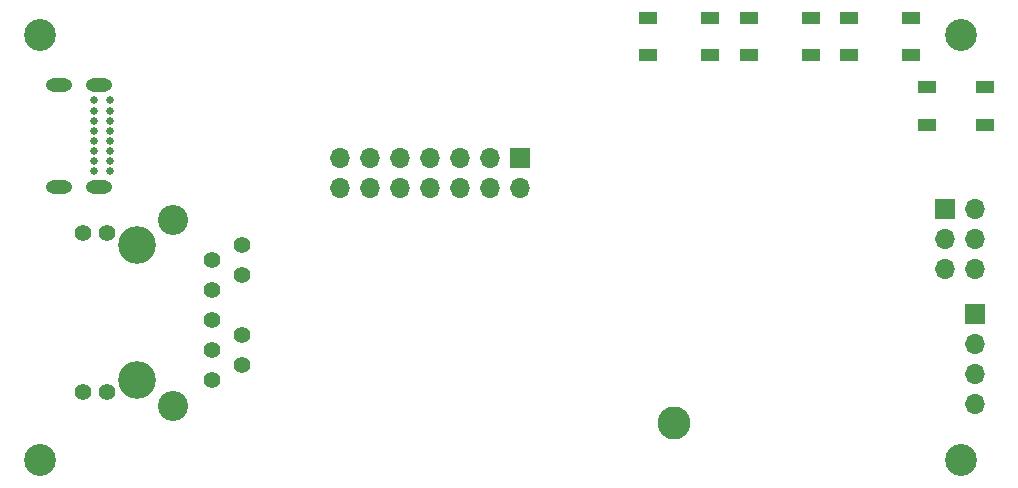
<source format=gbr>
G04 #@! TF.GenerationSoftware,KiCad,Pcbnew,(5.99.0-8454-g713af6630f)*
G04 #@! TF.CreationDate,2021-06-13T15:31:38-07:00*
G04 #@! TF.ProjectId,MFW007B,4d465730-3037-4422-9e6b-696361645f70,1*
G04 #@! TF.SameCoordinates,Original*
G04 #@! TF.FileFunction,Soldermask,Bot*
G04 #@! TF.FilePolarity,Negative*
%FSLAX46Y46*%
G04 Gerber Fmt 4.6, Leading zero omitted, Abs format (unit mm)*
G04 Created by KiCad (PCBNEW (5.99.0-8454-g713af6630f)) date 2021-06-13 15:31:38*
%MOMM*%
%LPD*%
G01*
G04 APERTURE LIST*
%ADD10R,1.700000X1.700000*%
%ADD11O,1.700000X1.700000*%
%ADD12C,2.700000*%
%ADD13C,0.650000*%
%ADD14O,2.216000X1.108000*%
%ADD15C,2.800000*%
%ADD16C,1.398000*%
%ADD17C,3.200000*%
%ADD18C,2.550000*%
%ADD19R,1.500000X1.000000*%
%ADD20R,1.549400X0.990600*%
G04 APERTURE END LIST*
D10*
X168000000Y-96860000D03*
D11*
X170540000Y-96860000D03*
X168000000Y-99400000D03*
X170540000Y-99400000D03*
X168000000Y-101940000D03*
X170540000Y-101940000D03*
D12*
X91378680Y-118128680D03*
X169378680Y-82128680D03*
D10*
X170500000Y-105700000D03*
D11*
X170500000Y-108240000D03*
X170500000Y-110780000D03*
X170500000Y-113320000D03*
D13*
X97303680Y-87653680D03*
X97303680Y-88503680D03*
X97303680Y-89353680D03*
X97303680Y-90203680D03*
X97303680Y-91053680D03*
X97303680Y-91903680D03*
X97303680Y-92753680D03*
X97303680Y-93603680D03*
X95953680Y-93603680D03*
X95953680Y-92753680D03*
X95953680Y-91903680D03*
X95953680Y-91053680D03*
X95953680Y-90203680D03*
X95953680Y-89353680D03*
X95953680Y-88503680D03*
X95953680Y-87653680D03*
D14*
X96323680Y-86303680D03*
X96323680Y-94953680D03*
X92943680Y-94953680D03*
X92943680Y-86303680D03*
D12*
X91378680Y-82128680D03*
X169378680Y-118128680D03*
D15*
X145000000Y-115000000D03*
D16*
X105928680Y-111343680D03*
X108468680Y-110073680D03*
X105928680Y-108803680D03*
X108468680Y-107533680D03*
X105928680Y-106263680D03*
X105928680Y-103723680D03*
X108468680Y-102453680D03*
X105928680Y-101183680D03*
X108468680Y-99913680D03*
X97038680Y-112353680D03*
X95008680Y-112353680D03*
X97038680Y-98903680D03*
X95008680Y-98903680D03*
D17*
X99578680Y-99913680D03*
X99578680Y-111343680D03*
D18*
X102628680Y-113503680D03*
X102628680Y-97753680D03*
D10*
X132000000Y-92500000D03*
D11*
X132000000Y-95040000D03*
X129460000Y-92500000D03*
X129460000Y-95040000D03*
X126920000Y-92500000D03*
X126920000Y-95040000D03*
X124380000Y-92500000D03*
X124380000Y-95040000D03*
X121840000Y-92500000D03*
X121840000Y-95040000D03*
X119300000Y-92500000D03*
X119300000Y-95040000D03*
X116760000Y-92500000D03*
X116760000Y-95040000D03*
D19*
X171350000Y-86500000D03*
X171350000Y-89700000D03*
X166450000Y-89700000D03*
X166450000Y-86500000D03*
D20*
X165103681Y-80628681D03*
X159853679Y-80628681D03*
X165103681Y-83828679D03*
X159853679Y-83828679D03*
X156603681Y-80628681D03*
X151353679Y-80628681D03*
X156603681Y-83828679D03*
X151353679Y-83828679D03*
X148103681Y-80628681D03*
X142853679Y-80628681D03*
X148103681Y-83828679D03*
X142853679Y-83828679D03*
M02*

</source>
